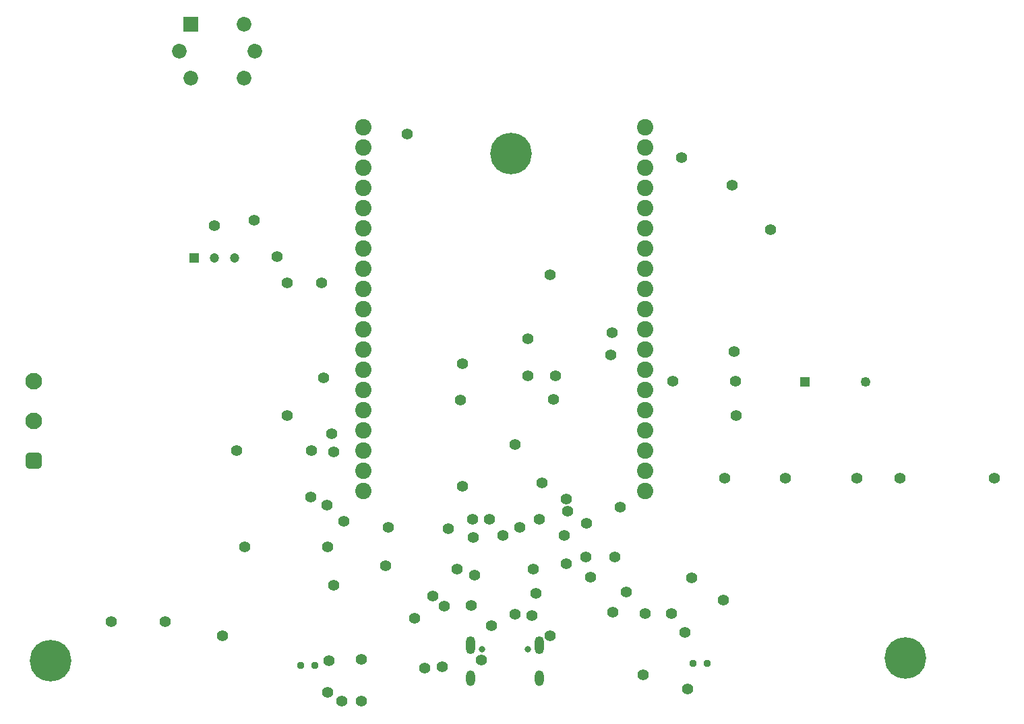
<source format=gbs>
G04*
G04 #@! TF.GenerationSoftware,Altium Limited,Altium Designer,25.5.2 (35)*
G04*
G04 Layer_Color=16711935*
%FSLAX44Y44*%
%MOMM*%
G71*
G04*
G04 #@! TF.SameCoordinates,227BAF76-4A0D-4DC8-B4C5-2559F8F0295E*
G04*
G04*
G04 #@! TF.FilePolarity,Negative*
G04*
G01*
G75*
%ADD63C,0.9500*%
G04:AMPARAMS|DCode=64|XSize=1.15mm|YSize=2.25mm|CornerRadius=0.575mm|HoleSize=0mm|Usage=FLASHONLY|Rotation=0.000|XOffset=0mm|YOffset=0mm|HoleType=Round|Shape=RoundedRectangle|*
%AMROUNDEDRECTD64*
21,1,1.1500,1.1000,0,0,0.0*
21,1,0.0000,2.2500,0,0,0.0*
1,1,1.1500,0.0000,-0.5500*
1,1,1.1500,0.0000,-0.5500*
1,1,1.1500,0.0000,0.5500*
1,1,1.1500,0.0000,0.5500*
%
%ADD64ROUNDEDRECTD64*%
G04:AMPARAMS|DCode=65|XSize=1.15mm|YSize=1.95mm|CornerRadius=0.575mm|HoleSize=0mm|Usage=FLASHONLY|Rotation=0.000|XOffset=0mm|YOffset=0mm|HoleType=Round|Shape=RoundedRectangle|*
%AMROUNDEDRECTD65*
21,1,1.1500,0.8000,0,0,0.0*
21,1,0.0000,1.9500,0,0,0.0*
1,1,1.1500,0.0000,-0.4000*
1,1,1.1500,0.0000,-0.4000*
1,1,1.1500,0.0000,0.4000*
1,1,1.1500,0.0000,0.4000*
%
%ADD65ROUNDEDRECTD65*%
%ADD67C,1.2500*%
%ADD68R,1.2500X1.2500*%
%ADD69C,2.0550*%
%ADD70C,1.8500*%
%ADD71R,1.8500X1.8500*%
%ADD72C,2.1000*%
G04:AMPARAMS|DCode=73|XSize=2.1mm|YSize=2.1mm|CornerRadius=0.5625mm|HoleSize=0mm|Usage=FLASHONLY|Rotation=90.000|XOffset=0mm|YOffset=0mm|HoleType=Round|Shape=RoundedRectangle|*
%AMROUNDEDRECTD73*
21,1,2.1000,0.9750,0,0,90.0*
21,1,0.9750,2.1000,0,0,90.0*
1,1,1.1250,0.4875,0.4875*
1,1,1.1250,0.4875,-0.4875*
1,1,1.1250,-0.4875,-0.4875*
1,1,1.1250,-0.4875,0.4875*
%
%ADD73ROUNDEDRECTD73*%
%ADD74C,1.2000*%
%ADD75R,1.2000X1.2000*%
%ADD76C,1.4200*%
%ADD77C,5.2300*%
%ADD86C,0.8000*%
D63*
X1282920Y345480D02*
D03*
X1264920D02*
D03*
X790050Y342940D02*
D03*
X772050D02*
D03*
D64*
X985500Y368870D02*
D03*
X1071900D02*
D03*
D65*
X985500Y327070D02*
D03*
X1071900D02*
D03*
D67*
X1481990Y699770D02*
D03*
D68*
X1405990D02*
D03*
D69*
X850900Y1019810D02*
D03*
Y562610D02*
D03*
X1205230Y1019810D02*
D03*
Y918210D02*
D03*
Y867410D02*
D03*
X850900Y689610D02*
D03*
Y994410D02*
D03*
Y842010D02*
D03*
X1205230Y740410D02*
D03*
Y791210D02*
D03*
X850900Y943610D02*
D03*
Y613410D02*
D03*
Y791210D02*
D03*
Y765810D02*
D03*
Y740410D02*
D03*
X1205230Y613410D02*
D03*
Y842010D02*
D03*
X850900Y715010D02*
D03*
Y588010D02*
D03*
X1205230Y765810D02*
D03*
Y715010D02*
D03*
X850900Y664210D02*
D03*
Y638810D02*
D03*
Y816610D02*
D03*
X1205230Y562610D02*
D03*
Y816610D02*
D03*
Y943610D02*
D03*
Y969010D02*
D03*
Y994410D02*
D03*
Y892810D02*
D03*
Y689610D02*
D03*
Y664210D02*
D03*
Y638810D02*
D03*
Y588010D02*
D03*
X850900Y969010D02*
D03*
Y918210D02*
D03*
Y892810D02*
D03*
Y867410D02*
D03*
D70*
X701040Y1082040D02*
D03*
X633860D02*
D03*
X701040Y1149220D02*
D03*
X714950Y1115630D02*
D03*
X619950D02*
D03*
D71*
X633860Y1149220D02*
D03*
D72*
X436880Y650710D02*
D03*
Y700710D02*
D03*
D73*
Y600710D02*
D03*
D74*
X689610Y855980D02*
D03*
X664210D02*
D03*
D75*
X638810D02*
D03*
D76*
X814070Y612140D02*
D03*
X1318260Y701040D02*
D03*
X1239520D02*
D03*
X1106170Y552450D02*
D03*
X1075690Y572770D02*
D03*
X988060Y527050D02*
D03*
X1026160Y506730D02*
D03*
X986790Y419100D02*
D03*
X952500Y417830D02*
D03*
X806450Y492760D02*
D03*
X784860Y554990D02*
D03*
X702310Y492760D02*
D03*
X1316990Y737870D02*
D03*
X1250950Y981710D02*
D03*
X1314450Y947420D02*
D03*
X1085850Y834390D02*
D03*
X1319530Y657860D02*
D03*
X674370Y381000D02*
D03*
X601980Y398780D02*
D03*
X534670D02*
D03*
X824230Y298450D02*
D03*
X798830Y824230D02*
D03*
X755650D02*
D03*
X786130Y613410D02*
D03*
X692150D02*
D03*
X742950Y857250D02*
D03*
X664210Y896620D02*
D03*
X848360Y298450D02*
D03*
X713740Y902970D02*
D03*
X1258570Y313690D02*
D03*
X1304925Y579120D02*
D03*
X1381452D02*
D03*
X1470660D02*
D03*
X1643380D02*
D03*
X1525270D02*
D03*
X1089660Y678180D02*
D03*
X1173480Y542290D02*
D03*
X1131570Y521970D02*
D03*
X1303020Y425450D02*
D03*
X1254760Y384810D02*
D03*
X1238250Y408940D02*
D03*
X1205230D02*
D03*
X1202690Y331470D02*
D03*
X1181100Y435610D02*
D03*
X1068070Y434340D02*
D03*
X1062990Y406400D02*
D03*
X1164590Y410210D02*
D03*
X1064260Y464820D02*
D03*
X989330Y504190D02*
D03*
X1009650Y527050D02*
D03*
X1047750Y516890D02*
D03*
X975360Y568960D02*
D03*
X826770Y524510D02*
D03*
X1041400Y621030D02*
D03*
X1263650Y453390D02*
D03*
X1136650Y454660D02*
D03*
X1106170Y471170D02*
D03*
X1107440Y537210D02*
D03*
X1071880Y527050D02*
D03*
X1167130Y480060D02*
D03*
X1130300D02*
D03*
X1103630Y506730D02*
D03*
X1057910Y754380D02*
D03*
Y707390D02*
D03*
X990600Y457200D02*
D03*
X1362710Y891540D02*
D03*
X949960Y341630D02*
D03*
X928370Y340360D02*
D03*
X1085850Y381000D02*
D03*
X999490Y350520D02*
D03*
X1012190Y393700D02*
D03*
X969010Y464820D02*
D03*
X1041400Y407670D02*
D03*
X801370Y704850D02*
D03*
X938530Y430530D02*
D03*
X915670Y402590D02*
D03*
X975360Y722630D02*
D03*
X972820Y676910D02*
D03*
X882650Y516890D02*
D03*
X878840Y468630D02*
D03*
X848685Y350845D02*
D03*
X1162050Y734060D02*
D03*
X1163320Y762000D02*
D03*
X1092200Y707390D02*
D03*
X905837Y1011555D02*
D03*
X805176Y544830D02*
D03*
X755650Y657860D02*
D03*
X811530Y635000D02*
D03*
X957580Y515620D02*
D03*
X814070Y444500D02*
D03*
X806450Y309880D02*
D03*
X807720Y349250D02*
D03*
D77*
X458470D02*
D03*
X1531620Y353060D02*
D03*
X1036320Y986790D02*
D03*
D86*
X999800Y363870D02*
D03*
X1057600D02*
D03*
M02*

</source>
